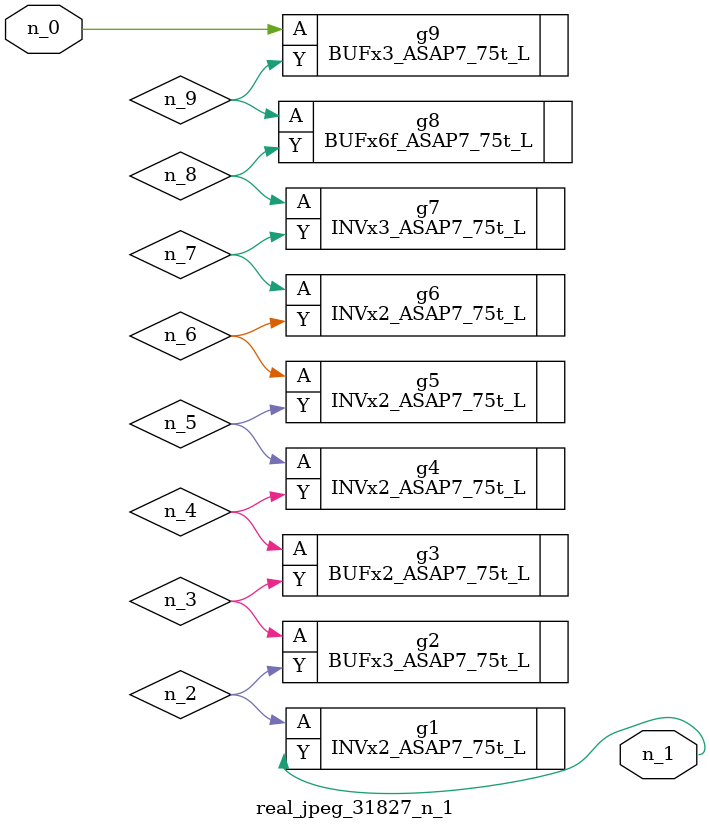
<source format=v>
module real_jpeg_31827_n_1 (n_0, n_1);

input n_0;

output n_1;

wire n_5;
wire n_4;
wire n_8;
wire n_2;
wire n_6;
wire n_7;
wire n_3;
wire n_9;

BUFx3_ASAP7_75t_L g9 ( 
.A(n_0),
.Y(n_9)
);

INVx2_ASAP7_75t_L g1 ( 
.A(n_2),
.Y(n_1)
);

BUFx3_ASAP7_75t_L g2 ( 
.A(n_3),
.Y(n_2)
);

BUFx2_ASAP7_75t_L g3 ( 
.A(n_4),
.Y(n_3)
);

INVx2_ASAP7_75t_L g4 ( 
.A(n_5),
.Y(n_4)
);

INVx2_ASAP7_75t_L g5 ( 
.A(n_6),
.Y(n_5)
);

INVx2_ASAP7_75t_L g6 ( 
.A(n_7),
.Y(n_6)
);

INVx3_ASAP7_75t_L g7 ( 
.A(n_8),
.Y(n_7)
);

BUFx6f_ASAP7_75t_L g8 ( 
.A(n_9),
.Y(n_8)
);


endmodule
</source>
